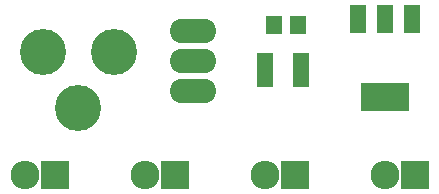
<source format=gts>
G04 #@! TF.FileFunction,Soldermask,Top*
%FSLAX46Y46*%
G04 Gerber Fmt 4.6, Leading zero omitted, Abs format (unit mm)*
G04 Created by KiCad (PCBNEW 4.0.1-3.201512221402+6198~38~ubuntu14.04.1-stable) date Mon 09 May 2016 07:42:58 PM PDT*
%MOMM*%
G01*
G04 APERTURE LIST*
%ADD10C,0.100000*%
%ADD11R,2.432000X2.432000*%
%ADD12O,2.432000X2.432000*%
%ADD13C,3.900120*%
%ADD14O,3.900120X2.099260*%
%ADD15R,1.400000X1.650000*%
%ADD16R,1.400000X2.900000*%
%ADD17R,4.057600X2.432000*%
%ADD18R,1.416000X2.432000*%
G04 APERTURE END LIST*
D10*
D11*
X106680000Y-101600000D03*
D12*
X104140000Y-101600000D03*
D11*
X116840000Y-101600000D03*
D12*
X114300000Y-101600000D03*
D11*
X127000000Y-101600000D03*
D12*
X124460000Y-101600000D03*
D11*
X137160000Y-101600000D03*
D12*
X134620000Y-101600000D03*
D13*
X111663480Y-91186000D03*
X105664000Y-91186000D03*
X108663740Y-95885000D03*
D14*
X118364000Y-91948000D03*
X118364000Y-89408000D03*
X118364000Y-94488000D03*
D15*
X127238000Y-88900000D03*
X125238000Y-88900000D03*
D16*
X127484000Y-92710000D03*
X124484000Y-92710000D03*
D17*
X134620000Y-94996000D03*
D18*
X134620000Y-88392000D03*
X132334000Y-88392000D03*
X136906000Y-88392000D03*
M02*

</source>
